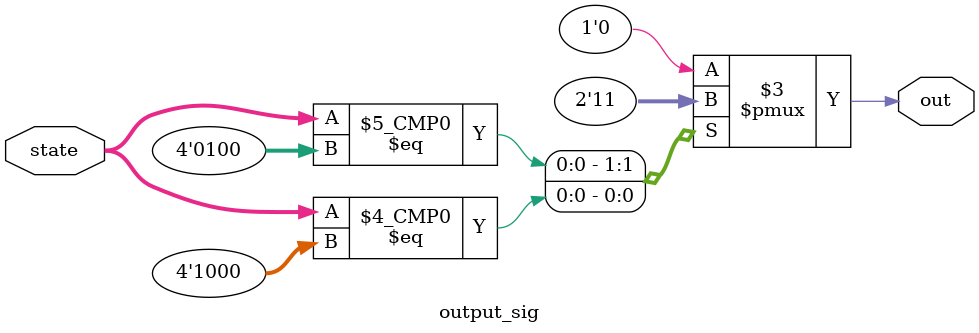
<source format=v>
module output_sig(state, out);

input [3:0] state;
output reg out;

always @(state) begin
	case (state)
	4'b0100 : begin out = 1'b1; end
	4'b1000 : begin out = 1'b1; end
	default : begin out = 1'b0; end
	
	endcase
	end
	
endmodule
</source>
